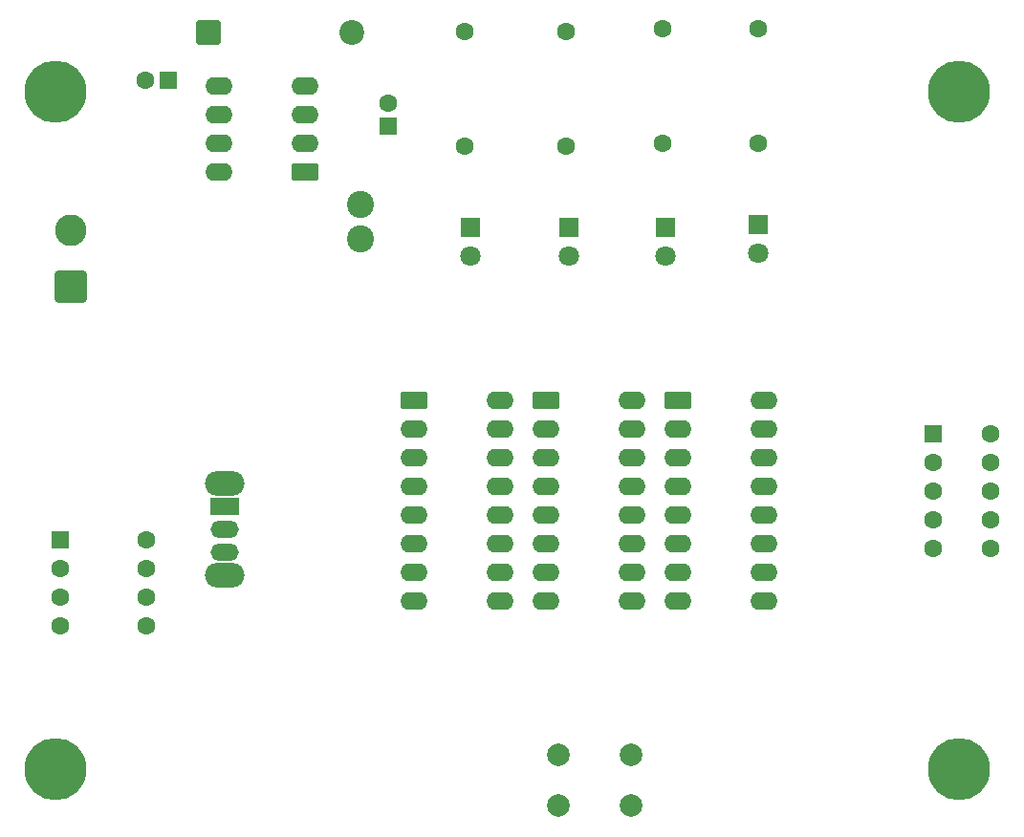
<source format=gbr>
%TF.GenerationSoftware,KiCad,Pcbnew,9.0.3*%
%TF.CreationDate,2025-12-16T11:33:00+01:00*%
%TF.ProjectId,PTP_Adrian_Pavlovic_Project1,5054505f-4164-4726-9961-6e5f5061766c,rev?*%
%TF.SameCoordinates,Original*%
%TF.FileFunction,Soldermask,Bot*%
%TF.FilePolarity,Negative*%
%FSLAX46Y46*%
G04 Gerber Fmt 4.6, Leading zero omitted, Abs format (unit mm)*
G04 Created by KiCad (PCBNEW 9.0.3) date 2025-12-16 11:33:00*
%MOMM*%
%LPD*%
G01*
G04 APERTURE LIST*
G04 Aperture macros list*
%AMRoundRect*
0 Rectangle with rounded corners*
0 $1 Rounding radius*
0 $2 $3 $4 $5 $6 $7 $8 $9 X,Y pos of 4 corners*
0 Add a 4 corners polygon primitive as box body*
4,1,4,$2,$3,$4,$5,$6,$7,$8,$9,$2,$3,0*
0 Add four circle primitives for the rounded corners*
1,1,$1+$1,$2,$3*
1,1,$1+$1,$4,$5*
1,1,$1+$1,$6,$7*
1,1,$1+$1,$8,$9*
0 Add four rect primitives between the rounded corners*
20,1,$1+$1,$2,$3,$4,$5,0*
20,1,$1+$1,$4,$5,$6,$7,0*
20,1,$1+$1,$6,$7,$8,$9,0*
20,1,$1+$1,$8,$9,$2,$3,0*%
G04 Aperture macros list end*
%ADD10RoundRect,0.250000X-0.950000X-0.550000X0.950000X-0.550000X0.950000X0.550000X-0.950000X0.550000X0*%
%ADD11O,2.400000X1.600000*%
%ADD12RoundRect,0.250000X-0.550000X-0.550000X0.550000X-0.550000X0.550000X0.550000X-0.550000X0.550000X0*%
%ADD13C,1.600000*%
%ADD14R,1.800000X1.800000*%
%ADD15C,1.800000*%
%ADD16C,2.000000*%
%ADD17R,1.600000X1.600000*%
%ADD18O,3.500000X2.200000*%
%ADD19R,2.500000X1.500000*%
%ADD20O,2.500000X1.500000*%
%ADD21RoundRect,0.250000X0.550000X-0.550000X0.550000X0.550000X-0.550000X0.550000X-0.550000X-0.550000X0*%
%ADD22C,5.500000*%
%ADD23RoundRect,0.250001X1.149999X-1.149999X1.149999X1.149999X-1.149999X1.149999X-1.149999X-1.149999X0*%
%ADD24C,2.800000*%
%ADD25C,2.400000*%
%ADD26RoundRect,0.250000X0.950000X0.550000X-0.950000X0.550000X-0.950000X-0.550000X0.950000X-0.550000X0*%
%ADD27RoundRect,0.249999X-0.850001X-0.850001X0.850001X-0.850001X0.850001X0.850001X-0.850001X0.850001X0*%
%ADD28C,2.200000*%
%ADD29RoundRect,0.250000X0.550000X0.550000X-0.550000X0.550000X-0.550000X-0.550000X0.550000X-0.550000X0*%
G04 APERTURE END LIST*
D10*
%TO.C,U2*%
X120730000Y-107360000D03*
D11*
X120730000Y-109900000D03*
X120730000Y-112440000D03*
X120730000Y-114980000D03*
X120730000Y-117520000D03*
X120730000Y-120060000D03*
X120730000Y-122600000D03*
X120730000Y-125140000D03*
X128350000Y-125140000D03*
X128350000Y-122600000D03*
X128350000Y-120060000D03*
X128350000Y-117520000D03*
X128350000Y-114980000D03*
X128350000Y-112440000D03*
X128350000Y-109900000D03*
X128350000Y-107360000D03*
%TD*%
D12*
%TO.C,U7*%
X89445000Y-119690000D03*
D13*
X89445000Y-122230000D03*
X89445000Y-124770000D03*
X89445000Y-127310000D03*
X97065000Y-127310000D03*
X97065000Y-124770000D03*
X97065000Y-122230000D03*
X97065000Y-119690000D03*
%TD*%
D14*
%TO.C,D1*%
X151250000Y-91725000D03*
D15*
X151250000Y-94265000D03*
%TD*%
D16*
%TO.C,SW1*%
X140000000Y-143250000D03*
X133500000Y-143250000D03*
X140000000Y-138750000D03*
X133500000Y-138750000D03*
%TD*%
D13*
%TO.C,R1*%
X151250000Y-84580000D03*
X151250000Y-74420000D03*
%TD*%
D14*
%TO.C,D2*%
X143000000Y-92000000D03*
D15*
X143000000Y-94540000D03*
%TD*%
D14*
%TO.C,D3*%
X134500000Y-92000000D03*
D15*
X134500000Y-94540000D03*
%TD*%
D17*
%TO.C,U5*%
X166750000Y-110250000D03*
D13*
X166750000Y-112790000D03*
X166750000Y-115330000D03*
X166750000Y-117870000D03*
X166750000Y-120410000D03*
X171830000Y-120410000D03*
X171830000Y-117870000D03*
X171830000Y-115330000D03*
X171830000Y-112790000D03*
X171830000Y-110250000D03*
%TD*%
D18*
%TO.C,SW2*%
X104000000Y-114650000D03*
X104000000Y-122850000D03*
D19*
X104000000Y-116750000D03*
D20*
X104000000Y-118750000D03*
X104000000Y-120750000D03*
%TD*%
D21*
%TO.C,C2*%
X118500000Y-83000000D03*
D13*
X118500000Y-81000000D03*
%TD*%
D22*
%TO.C,H2*%
X169000000Y-80000000D03*
%TD*%
D13*
%TO.C,R4*%
X125250000Y-84830000D03*
X125250000Y-74670000D03*
%TD*%
D23*
%TO.C,J1*%
X90367500Y-97250000D03*
D24*
X90367500Y-92250000D03*
%TD*%
D14*
%TO.C,D5*%
X125750000Y-91975000D03*
D15*
X125750000Y-94515000D03*
%TD*%
D22*
%TO.C,H3*%
X89000000Y-140000000D03*
%TD*%
D10*
%TO.C,U3*%
X132440000Y-107360000D03*
D11*
X132440000Y-109900000D03*
X132440000Y-112440000D03*
X132440000Y-114980000D03*
X132440000Y-117520000D03*
X132440000Y-120060000D03*
X132440000Y-122600000D03*
X132440000Y-125140000D03*
X140060000Y-125140000D03*
X140060000Y-122600000D03*
X140060000Y-120060000D03*
X140060000Y-117520000D03*
X140060000Y-114980000D03*
X140060000Y-112440000D03*
X140060000Y-109900000D03*
X140060000Y-107360000D03*
%TD*%
D10*
%TO.C,U4*%
X144150000Y-107360000D03*
D11*
X144150000Y-109900000D03*
X144150000Y-112440000D03*
X144150000Y-114980000D03*
X144150000Y-117520000D03*
X144150000Y-120060000D03*
X144150000Y-122600000D03*
X144150000Y-125140000D03*
X151770000Y-125140000D03*
X151770000Y-122600000D03*
X151770000Y-120060000D03*
X151770000Y-117520000D03*
X151770000Y-114980000D03*
X151770000Y-112440000D03*
X151770000Y-109900000D03*
X151770000Y-107360000D03*
%TD*%
D25*
%TO.C,L1*%
X116000000Y-93000000D03*
X116000000Y-90000000D03*
%TD*%
D22*
%TO.C,H4*%
X169000000Y-140000000D03*
%TD*%
D26*
%TO.C,U1*%
X111060000Y-87060000D03*
D11*
X111060000Y-84520000D03*
X111060000Y-81980000D03*
X111060000Y-79440000D03*
X103440000Y-79440000D03*
X103440000Y-81980000D03*
X103440000Y-84520000D03*
X103440000Y-87060000D03*
%TD*%
D22*
%TO.C,H1*%
X89000000Y-80000000D03*
%TD*%
D27*
%TO.C,D4*%
X102550000Y-74750000D03*
D28*
X115250000Y-74750000D03*
%TD*%
D13*
%TO.C,R2*%
X142750000Y-84580000D03*
X142750000Y-74420000D03*
%TD*%
D29*
%TO.C,C1*%
X99000000Y-79000000D03*
D13*
X97000000Y-79000000D03*
%TD*%
%TO.C,R3*%
X134250000Y-84830000D03*
X134250000Y-74670000D03*
%TD*%
M02*

</source>
